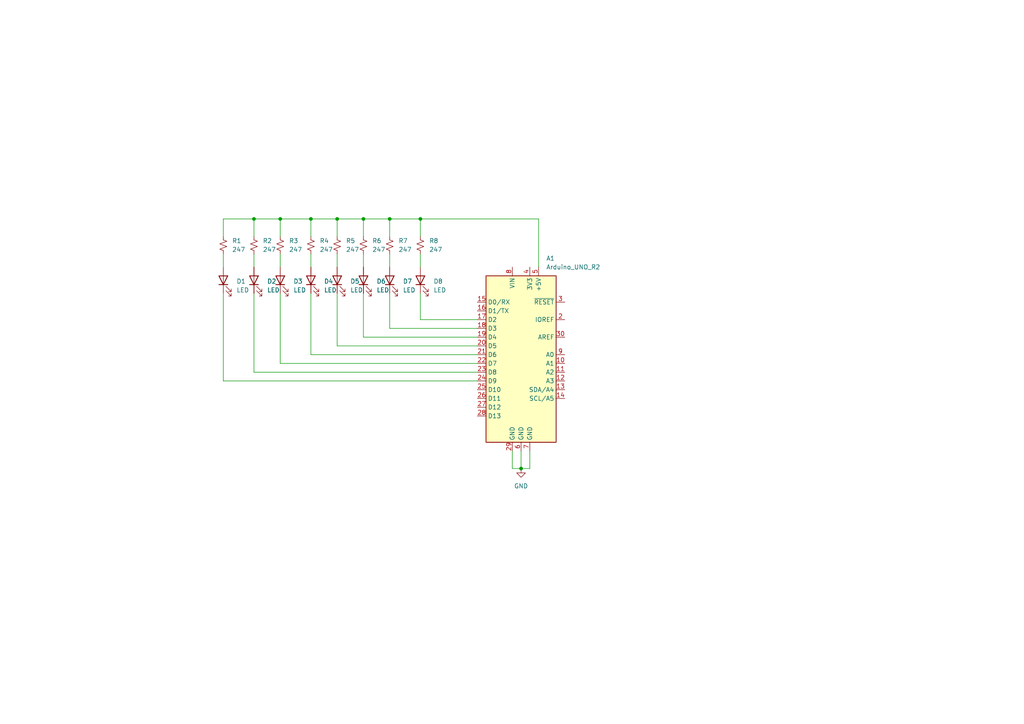
<source format=kicad_sch>
(kicad_sch (version 20230121) (generator eeschema)

  (uuid ac998c24-8eb1-4607-a870-c03076b80c27)

  (paper "A4")

  (title_block
    (title "ARDUINO UNO SHIELD")
    (rev "1")
    (company "ScottT4")
  )

  (lib_symbols
    (symbol "Device:LED" (pin_numbers hide) (pin_names (offset 1.016) hide) (in_bom yes) (on_board yes)
      (property "Reference" "D" (at 0 2.54 0)
        (effects (font (size 1.27 1.27)))
      )
      (property "Value" "LED" (at 0 -2.54 0)
        (effects (font (size 1.27 1.27)))
      )
      (property "Footprint" "" (at 0 0 0)
        (effects (font (size 1.27 1.27)) hide)
      )
      (property "Datasheet" "~" (at 0 0 0)
        (effects (font (size 1.27 1.27)) hide)
      )
      (property "ki_keywords" "LED diode" (at 0 0 0)
        (effects (font (size 1.27 1.27)) hide)
      )
      (property "ki_description" "Light emitting diode" (at 0 0 0)
        (effects (font (size 1.27 1.27)) hide)
      )
      (property "ki_fp_filters" "LED* LED_SMD:* LED_THT:*" (at 0 0 0)
        (effects (font (size 1.27 1.27)) hide)
      )
      (symbol "LED_0_1"
        (polyline
          (pts
            (xy -1.27 -1.27)
            (xy -1.27 1.27)
          )
          (stroke (width 0.254) (type default))
          (fill (type none))
        )
        (polyline
          (pts
            (xy -1.27 0)
            (xy 1.27 0)
          )
          (stroke (width 0) (type default))
          (fill (type none))
        )
        (polyline
          (pts
            (xy 1.27 -1.27)
            (xy 1.27 1.27)
            (xy -1.27 0)
            (xy 1.27 -1.27)
          )
          (stroke (width 0.254) (type default))
          (fill (type none))
        )
        (polyline
          (pts
            (xy -3.048 -0.762)
            (xy -4.572 -2.286)
            (xy -3.81 -2.286)
            (xy -4.572 -2.286)
            (xy -4.572 -1.524)
          )
          (stroke (width 0) (type default))
          (fill (type none))
        )
        (polyline
          (pts
            (xy -1.778 -0.762)
            (xy -3.302 -2.286)
            (xy -2.54 -2.286)
            (xy -3.302 -2.286)
            (xy -3.302 -1.524)
          )
          (stroke (width 0) (type default))
          (fill (type none))
        )
      )
      (symbol "LED_1_1"
        (pin passive line (at -3.81 0 0) (length 2.54)
          (name "K" (effects (font (size 1.27 1.27))))
          (number "1" (effects (font (size 1.27 1.27))))
        )
        (pin passive line (at 3.81 0 180) (length 2.54)
          (name "A" (effects (font (size 1.27 1.27))))
          (number "2" (effects (font (size 1.27 1.27))))
        )
      )
    )
    (symbol "Device:R_Small_US" (pin_numbers hide) (pin_names (offset 0.254) hide) (in_bom yes) (on_board yes)
      (property "Reference" "R" (at 0.762 0.508 0)
        (effects (font (size 1.27 1.27)) (justify left))
      )
      (property "Value" "R_Small_US" (at 0.762 -1.016 0)
        (effects (font (size 1.27 1.27)) (justify left))
      )
      (property "Footprint" "" (at 0 0 0)
        (effects (font (size 1.27 1.27)) hide)
      )
      (property "Datasheet" "~" (at 0 0 0)
        (effects (font (size 1.27 1.27)) hide)
      )
      (property "ki_keywords" "r resistor" (at 0 0 0)
        (effects (font (size 1.27 1.27)) hide)
      )
      (property "ki_description" "Resistor, small US symbol" (at 0 0 0)
        (effects (font (size 1.27 1.27)) hide)
      )
      (property "ki_fp_filters" "R_*" (at 0 0 0)
        (effects (font (size 1.27 1.27)) hide)
      )
      (symbol "R_Small_US_1_1"
        (polyline
          (pts
            (xy 0 0)
            (xy 1.016 -0.381)
            (xy 0 -0.762)
            (xy -1.016 -1.143)
            (xy 0 -1.524)
          )
          (stroke (width 0) (type default))
          (fill (type none))
        )
        (polyline
          (pts
            (xy 0 1.524)
            (xy 1.016 1.143)
            (xy 0 0.762)
            (xy -1.016 0.381)
            (xy 0 0)
          )
          (stroke (width 0) (type default))
          (fill (type none))
        )
        (pin passive line (at 0 2.54 270) (length 1.016)
          (name "~" (effects (font (size 1.27 1.27))))
          (number "1" (effects (font (size 1.27 1.27))))
        )
        (pin passive line (at 0 -2.54 90) (length 1.016)
          (name "~" (effects (font (size 1.27 1.27))))
          (number "2" (effects (font (size 1.27 1.27))))
        )
      )
    )
    (symbol "MCU_Module:Arduino_UNO_R2" (in_bom yes) (on_board yes)
      (property "Reference" "A" (at -10.16 23.495 0)
        (effects (font (size 1.27 1.27)) (justify left bottom))
      )
      (property "Value" "Arduino_UNO_R2" (at 5.08 -26.67 0)
        (effects (font (size 1.27 1.27)) (justify left top))
      )
      (property "Footprint" "Module:Arduino_UNO_R2" (at 0 0 0)
        (effects (font (size 1.27 1.27) italic) hide)
      )
      (property "Datasheet" "https://www.arduino.cc/en/Main/arduinoBoardUno" (at 0 0 0)
        (effects (font (size 1.27 1.27)) hide)
      )
      (property "ki_keywords" "Arduino UNO R3 Microcontroller Module Atmel AVR USB" (at 0 0 0)
        (effects (font (size 1.27 1.27)) hide)
      )
      (property "ki_description" "Arduino UNO Microcontroller Module, release 2" (at 0 0 0)
        (effects (font (size 1.27 1.27)) hide)
      )
      (property "ki_fp_filters" "Arduino*UNO*R2*" (at 0 0 0)
        (effects (font (size 1.27 1.27)) hide)
      )
      (symbol "Arduino_UNO_R2_0_1"
        (rectangle (start -10.16 22.86) (end 10.16 -25.4)
          (stroke (width 0.254) (type default))
          (fill (type background))
        )
      )
      (symbol "Arduino_UNO_R2_1_1"
        (pin no_connect line (at -10.16 -20.32 0) (length 2.54) hide
          (name "NC" (effects (font (size 1.27 1.27))))
          (number "1" (effects (font (size 1.27 1.27))))
        )
        (pin bidirectional line (at 12.7 -2.54 180) (length 2.54)
          (name "A1" (effects (font (size 1.27 1.27))))
          (number "10" (effects (font (size 1.27 1.27))))
        )
        (pin bidirectional line (at 12.7 -5.08 180) (length 2.54)
          (name "A2" (effects (font (size 1.27 1.27))))
          (number "11" (effects (font (size 1.27 1.27))))
        )
        (pin bidirectional line (at 12.7 -7.62 180) (length 2.54)
          (name "A3" (effects (font (size 1.27 1.27))))
          (number "12" (effects (font (size 1.27 1.27))))
        )
        (pin bidirectional line (at 12.7 -10.16 180) (length 2.54)
          (name "SDA/A4" (effects (font (size 1.27 1.27))))
          (number "13" (effects (font (size 1.27 1.27))))
        )
        (pin bidirectional line (at 12.7 -12.7 180) (length 2.54)
          (name "SCL/A5" (effects (font (size 1.27 1.27))))
          (number "14" (effects (font (size 1.27 1.27))))
        )
        (pin bidirectional line (at -12.7 15.24 0) (length 2.54)
          (name "D0/RX" (effects (font (size 1.27 1.27))))
          (number "15" (effects (font (size 1.27 1.27))))
        )
        (pin bidirectional line (at -12.7 12.7 0) (length 2.54)
          (name "D1/TX" (effects (font (size 1.27 1.27))))
          (number "16" (effects (font (size 1.27 1.27))))
        )
        (pin bidirectional line (at -12.7 10.16 0) (length 2.54)
          (name "D2" (effects (font (size 1.27 1.27))))
          (number "17" (effects (font (size 1.27 1.27))))
        )
        (pin bidirectional line (at -12.7 7.62 0) (length 2.54)
          (name "D3" (effects (font (size 1.27 1.27))))
          (number "18" (effects (font (size 1.27 1.27))))
        )
        (pin bidirectional line (at -12.7 5.08 0) (length 2.54)
          (name "D4" (effects (font (size 1.27 1.27))))
          (number "19" (effects (font (size 1.27 1.27))))
        )
        (pin output line (at 12.7 10.16 180) (length 2.54)
          (name "IOREF" (effects (font (size 1.27 1.27))))
          (number "2" (effects (font (size 1.27 1.27))))
        )
        (pin bidirectional line (at -12.7 2.54 0) (length 2.54)
          (name "D5" (effects (font (size 1.27 1.27))))
          (number "20" (effects (font (size 1.27 1.27))))
        )
        (pin bidirectional line (at -12.7 0 0) (length 2.54)
          (name "D6" (effects (font (size 1.27 1.27))))
          (number "21" (effects (font (size 1.27 1.27))))
        )
        (pin bidirectional line (at -12.7 -2.54 0) (length 2.54)
          (name "D7" (effects (font (size 1.27 1.27))))
          (number "22" (effects (font (size 1.27 1.27))))
        )
        (pin bidirectional line (at -12.7 -5.08 0) (length 2.54)
          (name "D8" (effects (font (size 1.27 1.27))))
          (number "23" (effects (font (size 1.27 1.27))))
        )
        (pin bidirectional line (at -12.7 -7.62 0) (length 2.54)
          (name "D9" (effects (font (size 1.27 1.27))))
          (number "24" (effects (font (size 1.27 1.27))))
        )
        (pin bidirectional line (at -12.7 -10.16 0) (length 2.54)
          (name "D10" (effects (font (size 1.27 1.27))))
          (number "25" (effects (font (size 1.27 1.27))))
        )
        (pin bidirectional line (at -12.7 -12.7 0) (length 2.54)
          (name "D11" (effects (font (size 1.27 1.27))))
          (number "26" (effects (font (size 1.27 1.27))))
        )
        (pin bidirectional line (at -12.7 -15.24 0) (length 2.54)
          (name "D12" (effects (font (size 1.27 1.27))))
          (number "27" (effects (font (size 1.27 1.27))))
        )
        (pin bidirectional line (at -12.7 -17.78 0) (length 2.54)
          (name "D13" (effects (font (size 1.27 1.27))))
          (number "28" (effects (font (size 1.27 1.27))))
        )
        (pin power_in line (at -2.54 -27.94 90) (length 2.54)
          (name "GND" (effects (font (size 1.27 1.27))))
          (number "29" (effects (font (size 1.27 1.27))))
        )
        (pin input line (at 12.7 15.24 180) (length 2.54)
          (name "~{RESET}" (effects (font (size 1.27 1.27))))
          (number "3" (effects (font (size 1.27 1.27))))
        )
        (pin input line (at 12.7 5.08 180) (length 2.54)
          (name "AREF" (effects (font (size 1.27 1.27))))
          (number "30" (effects (font (size 1.27 1.27))))
        )
        (pin power_out line (at 2.54 25.4 270) (length 2.54)
          (name "3V3" (effects (font (size 1.27 1.27))))
          (number "4" (effects (font (size 1.27 1.27))))
        )
        (pin power_out line (at 5.08 25.4 270) (length 2.54)
          (name "+5V" (effects (font (size 1.27 1.27))))
          (number "5" (effects (font (size 1.27 1.27))))
        )
        (pin power_in line (at 0 -27.94 90) (length 2.54)
          (name "GND" (effects (font (size 1.27 1.27))))
          (number "6" (effects (font (size 1.27 1.27))))
        )
        (pin power_in line (at 2.54 -27.94 90) (length 2.54)
          (name "GND" (effects (font (size 1.27 1.27))))
          (number "7" (effects (font (size 1.27 1.27))))
        )
        (pin power_in line (at -2.54 25.4 270) (length 2.54)
          (name "VIN" (effects (font (size 1.27 1.27))))
          (number "8" (effects (font (size 1.27 1.27))))
        )
        (pin bidirectional line (at 12.7 0 180) (length 2.54)
          (name "A0" (effects (font (size 1.27 1.27))))
          (number "9" (effects (font (size 1.27 1.27))))
        )
      )
    )
    (symbol "power:GND" (power) (pin_names (offset 0)) (in_bom yes) (on_board yes)
      (property "Reference" "#PWR" (at 0 -6.35 0)
        (effects (font (size 1.27 1.27)) hide)
      )
      (property "Value" "GND" (at 0 -3.81 0)
        (effects (font (size 1.27 1.27)))
      )
      (property "Footprint" "" (at 0 0 0)
        (effects (font (size 1.27 1.27)) hide)
      )
      (property "Datasheet" "" (at 0 0 0)
        (effects (font (size 1.27 1.27)) hide)
      )
      (property "ki_keywords" "global power" (at 0 0 0)
        (effects (font (size 1.27 1.27)) hide)
      )
      (property "ki_description" "Power symbol creates a global label with name \"GND\" , ground" (at 0 0 0)
        (effects (font (size 1.27 1.27)) hide)
      )
      (symbol "GND_0_1"
        (polyline
          (pts
            (xy 0 0)
            (xy 0 -1.27)
            (xy 1.27 -1.27)
            (xy 0 -2.54)
            (xy -1.27 -1.27)
            (xy 0 -1.27)
          )
          (stroke (width 0) (type default))
          (fill (type none))
        )
      )
      (symbol "GND_1_1"
        (pin power_in line (at 0 0 270) (length 0) hide
          (name "GND" (effects (font (size 1.27 1.27))))
          (number "1" (effects (font (size 1.27 1.27))))
        )
      )
    )
  )

  (junction (at 105.41 63.5) (diameter 0) (color 0 0 0 0)
    (uuid 158c4cba-d6bd-4fed-a12f-6543f083ded6)
  )
  (junction (at 73.66 63.5) (diameter 0) (color 0 0 0 0)
    (uuid 35be0240-a9f9-483d-a98e-dbe4a34b87ba)
  )
  (junction (at 121.92 63.5) (diameter 0) (color 0 0 0 0)
    (uuid 4f2f913b-00d3-40e2-80f8-f2272bdd7a05)
  )
  (junction (at 97.79 63.5) (diameter 0) (color 0 0 0 0)
    (uuid 7ba15164-41bf-403e-b915-d9b77e12f1fc)
  )
  (junction (at 113.03 63.5) (diameter 0) (color 0 0 0 0)
    (uuid b34509e6-1e5c-4898-86c5-942fb36b7085)
  )
  (junction (at 151.13 135.89) (diameter 0) (color 0 0 0 0)
    (uuid bdc4f0d2-3c21-403d-aa30-c7aebb436038)
  )
  (junction (at 90.17 63.5) (diameter 0) (color 0 0 0 0)
    (uuid d2588d3a-8bd9-47db-ba15-18c3ebde8d16)
  )
  (junction (at 81.28 63.5) (diameter 0) (color 0 0 0 0)
    (uuid def55edf-3b07-481b-9e1a-6a28ee3327cb)
  )

  (wire (pts (xy 151.13 130.81) (xy 151.13 135.89))
    (stroke (width 0) (type default))
    (uuid 1f571ca5-348a-4615-8942-aef3a416dfee)
  )
  (wire (pts (xy 148.59 130.81) (xy 148.59 135.89))
    (stroke (width 0) (type default))
    (uuid 2201148e-491b-4683-b563-b0d5863379a4)
  )
  (wire (pts (xy 90.17 63.5) (xy 97.79 63.5))
    (stroke (width 0) (type default))
    (uuid 230e6c4e-ff78-4e80-b7bb-1a392d048b09)
  )
  (wire (pts (xy 113.03 63.5) (xy 121.92 63.5))
    (stroke (width 0) (type default))
    (uuid 2321b1cc-9722-44f2-b947-aeb9924311b9)
  )
  (wire (pts (xy 73.66 73.66) (xy 73.66 77.47))
    (stroke (width 0) (type default))
    (uuid 2f0e90c8-d09b-48ac-9a98-21fb24494d33)
  )
  (wire (pts (xy 113.03 73.66) (xy 113.03 77.47))
    (stroke (width 0) (type default))
    (uuid 34fe875d-e21a-4313-847b-f39cccfe9d77)
  )
  (wire (pts (xy 105.41 97.79) (xy 138.43 97.79))
    (stroke (width 0) (type default))
    (uuid 3515c892-edcd-4ff2-977f-f7f4c89eb0d4)
  )
  (wire (pts (xy 90.17 85.09) (xy 90.17 102.87))
    (stroke (width 0) (type default))
    (uuid 38826825-b6d4-45a6-88dd-d58992766636)
  )
  (wire (pts (xy 113.03 95.25) (xy 138.43 95.25))
    (stroke (width 0) (type default))
    (uuid 41cf466d-9ed1-48fd-8f7e-06539feb43a4)
  )
  (wire (pts (xy 121.92 63.5) (xy 156.21 63.5))
    (stroke (width 0) (type default))
    (uuid 4309cc08-aedb-46be-a87f-aa0fbaa262e7)
  )
  (wire (pts (xy 90.17 73.66) (xy 90.17 77.47))
    (stroke (width 0) (type default))
    (uuid 45019768-471b-4583-a19a-c68f388149b4)
  )
  (wire (pts (xy 64.77 85.09) (xy 64.77 110.49))
    (stroke (width 0) (type default))
    (uuid 4faa92d7-16b8-4a3b-bb4c-e5031249d86f)
  )
  (wire (pts (xy 64.77 68.58) (xy 64.77 63.5))
    (stroke (width 0) (type default))
    (uuid 526f5721-de77-4e3e-b40d-d627b7631d15)
  )
  (wire (pts (xy 148.59 135.89) (xy 151.13 135.89))
    (stroke (width 0) (type default))
    (uuid 53a56552-b85a-47e7-bb98-beacdf803b65)
  )
  (wire (pts (xy 105.41 63.5) (xy 105.41 68.58))
    (stroke (width 0) (type default))
    (uuid 58a130cf-1604-40b3-b6a1-a0038bebc575)
  )
  (wire (pts (xy 64.77 73.66) (xy 64.77 77.47))
    (stroke (width 0) (type default))
    (uuid 5eadcd8c-3dc8-4853-a6c2-76c1f1becadc)
  )
  (wire (pts (xy 90.17 102.87) (xy 138.43 102.87))
    (stroke (width 0) (type default))
    (uuid 61aeec06-a1f3-47ab-89d5-89f7dcc4cebc)
  )
  (wire (pts (xy 113.03 63.5) (xy 113.03 68.58))
    (stroke (width 0) (type default))
    (uuid 63e3e18c-6b73-4735-8f03-9420a4739949)
  )
  (wire (pts (xy 151.13 135.89) (xy 153.67 135.89))
    (stroke (width 0) (type default))
    (uuid 6cb8284c-c7d6-42fb-ac85-5662de066abe)
  )
  (wire (pts (xy 105.41 63.5) (xy 113.03 63.5))
    (stroke (width 0) (type default))
    (uuid 6d6eb5fb-373b-435a-901c-5092324289ab)
  )
  (wire (pts (xy 81.28 73.66) (xy 81.28 77.47))
    (stroke (width 0) (type default))
    (uuid 6dd7412d-bdd3-4be3-a3ec-d8a2d3ae402a)
  )
  (wire (pts (xy 121.92 85.09) (xy 121.92 92.71))
    (stroke (width 0) (type default))
    (uuid 8491b423-2f38-4e54-961f-2510b81fb19a)
  )
  (wire (pts (xy 81.28 63.5) (xy 90.17 63.5))
    (stroke (width 0) (type default))
    (uuid 89767998-66e7-4bff-971a-faace952c710)
  )
  (wire (pts (xy 97.79 85.09) (xy 97.79 100.33))
    (stroke (width 0) (type default))
    (uuid 8dc0c729-abd6-4bc0-9a35-2a9df4e1c331)
  )
  (wire (pts (xy 81.28 63.5) (xy 81.28 68.58))
    (stroke (width 0) (type default))
    (uuid 8e04c1f1-0f0b-4383-803f-c8596445d86f)
  )
  (wire (pts (xy 81.28 105.41) (xy 138.43 105.41))
    (stroke (width 0) (type default))
    (uuid 9b10adfe-b5c3-4fac-b247-f5fe91979edb)
  )
  (wire (pts (xy 156.21 63.5) (xy 156.21 77.47))
    (stroke (width 0) (type default))
    (uuid 9dcd5d6b-df1a-4f4d-9208-1b0b82a0f9f0)
  )
  (wire (pts (xy 113.03 85.09) (xy 113.03 95.25))
    (stroke (width 0) (type default))
    (uuid a25afa64-929c-46df-a906-d07457ed03e4)
  )
  (wire (pts (xy 97.79 73.66) (xy 97.79 77.47))
    (stroke (width 0) (type default))
    (uuid a2b4318b-ed5a-4a09-a071-dd61d7920d36)
  )
  (wire (pts (xy 64.77 63.5) (xy 73.66 63.5))
    (stroke (width 0) (type default))
    (uuid ac5bdf45-1d61-4c9d-9b52-6c12b78d616c)
  )
  (wire (pts (xy 153.67 130.81) (xy 153.67 135.89))
    (stroke (width 0) (type default))
    (uuid aee65bd9-ceb8-475c-86da-3be03f786fb9)
  )
  (wire (pts (xy 121.92 73.66) (xy 121.92 77.47))
    (stroke (width 0) (type default))
    (uuid b27fe52a-4238-49d2-ab9d-23434d718a98)
  )
  (wire (pts (xy 73.66 107.95) (xy 138.43 107.95))
    (stroke (width 0) (type default))
    (uuid c35c1118-a308-4c29-bd65-53e3ea9397fa)
  )
  (wire (pts (xy 64.77 110.49) (xy 138.43 110.49))
    (stroke (width 0) (type default))
    (uuid d0d8afef-b3dc-4b38-abc4-ac44018eb43b)
  )
  (wire (pts (xy 121.92 92.71) (xy 138.43 92.71))
    (stroke (width 0) (type default))
    (uuid d223945f-e0ba-4fa9-8466-3efb925ec530)
  )
  (wire (pts (xy 73.66 85.09) (xy 73.66 107.95))
    (stroke (width 0) (type default))
    (uuid d496a78f-e6ed-4945-b253-68f0d974a064)
  )
  (wire (pts (xy 97.79 63.5) (xy 105.41 63.5))
    (stroke (width 0) (type default))
    (uuid dc0900b3-48ee-402d-bfdd-11a2157370f3)
  )
  (wire (pts (xy 121.92 63.5) (xy 121.92 68.58))
    (stroke (width 0) (type default))
    (uuid de54076a-575d-4ba8-8c17-ee4f9d4d2abf)
  )
  (wire (pts (xy 105.41 85.09) (xy 105.41 97.79))
    (stroke (width 0) (type default))
    (uuid de99e3a0-1d54-4804-b7da-0e5400980f80)
  )
  (wire (pts (xy 97.79 63.5) (xy 97.79 68.58))
    (stroke (width 0) (type default))
    (uuid e755e327-2506-40d4-b262-dfbb13ad2a22)
  )
  (wire (pts (xy 81.28 85.09) (xy 81.28 105.41))
    (stroke (width 0) (type default))
    (uuid e9108d6f-2e8d-440d-a3eb-a6e34195918a)
  )
  (wire (pts (xy 73.66 63.5) (xy 73.66 68.58))
    (stroke (width 0) (type default))
    (uuid f254f66c-298a-4546-8ba6-bb3e5ce08f0d)
  )
  (wire (pts (xy 90.17 63.5) (xy 90.17 68.58))
    (stroke (width 0) (type default))
    (uuid fa7254dd-3223-4d40-9acb-f4a21f0f1bce)
  )
  (wire (pts (xy 105.41 73.66) (xy 105.41 77.47))
    (stroke (width 0) (type default))
    (uuid fa9675dc-e49b-46be-84f5-398a680d7e05)
  )
  (wire (pts (xy 97.79 100.33) (xy 138.43 100.33))
    (stroke (width 0) (type default))
    (uuid fb679479-8faa-4f5a-8b5b-495fdf04faad)
  )
  (wire (pts (xy 73.66 63.5) (xy 81.28 63.5))
    (stroke (width 0) (type default))
    (uuid ff2ab053-5e49-4ee8-ba2a-6a8016ef83e5)
  )

  (symbol (lib_id "Device:R_Small_US") (at 105.41 71.12 0) (unit 1)
    (in_bom yes) (on_board yes) (dnp no) (fields_autoplaced)
    (uuid 2526a752-52d3-4139-bdb2-22aba165f131)
    (property "Reference" "R6" (at 107.95 69.85 0)
      (effects (font (size 1.27 1.27)) (justify left))
    )
    (property "Value" "247" (at 107.95 72.39 0)
      (effects (font (size 1.27 1.27)) (justify left))
    )
    (property "Footprint" "Resistor_SMD:R_0603_1608Metric" (at 105.41 71.12 0)
      (effects (font (size 1.27 1.27)) hide)
    )
    (property "Datasheet" "~" (at 105.41 71.12 0)
      (effects (font (size 1.27 1.27)) hide)
    )
    (pin "1" (uuid 838fbeca-7c5e-4902-9bb7-75ab8f09704f))
    (pin "2" (uuid d0041ad7-3b56-42ca-8a09-45a0c0a2d1f5))
    (instances
      (project "arduino uno shield"
        (path "/ac998c24-8eb1-4607-a870-c03076b80c27"
          (reference "R6") (unit 1)
        )
      )
    )
  )

  (symbol (lib_id "MCU_Module:Arduino_UNO_R2") (at 151.13 102.87 0) (unit 1)
    (in_bom yes) (on_board yes) (dnp no) (fields_autoplaced)
    (uuid 30b08960-5679-4a3e-acdd-89ff10dc5e23)
    (property "Reference" "A1" (at 158.4041 74.93 0)
      (effects (font (size 1.27 1.27)) (justify left))
    )
    (property "Value" "Arduino_UNO_R2" (at 158.4041 77.47 0)
      (effects (font (size 1.27 1.27)) (justify left))
    )
    (property "Footprint" "Module:Arduino_UNO_R2" (at 151.13 102.87 0)
      (effects (font (size 1.27 1.27) italic) hide)
    )
    (property "Datasheet" "https://www.arduino.cc/en/Main/arduinoBoardUno" (at 151.13 102.87 0)
      (effects (font (size 1.27 1.27)) hide)
    )
    (pin "17" (uuid abb5a108-979b-4e4e-97db-d56faea4d5ce))
    (pin "24" (uuid 82968921-b8e5-47fb-8fd2-a7b313104461))
    (pin "26" (uuid b439587b-eec3-4a7f-8b38-2335923418b6))
    (pin "22" (uuid 861d9e3e-dbbb-4d8a-bc82-9b8a70e6d0cf))
    (pin "9" (uuid f0ec2d22-6415-4cbe-8b59-46d16c56c2ef))
    (pin "23" (uuid 39f55e4a-f288-4988-8c79-c458cd492d23))
    (pin "27" (uuid 8cbded87-db6d-46e2-86b6-7da141a2c44e))
    (pin "29" (uuid 6bfa8728-3872-4dd8-b3e4-d6f30767eb1c))
    (pin "4" (uuid bddbca85-6fa9-4f8d-95c6-de4740c41def))
    (pin "11" (uuid 0be0a65e-9904-4bd2-8551-878372cae959))
    (pin "10" (uuid 82c18731-a2b2-41d8-802a-95e418184f31))
    (pin "13" (uuid 2e422012-3d47-40b0-a56d-add87a542c0f))
    (pin "7" (uuid 49e235ee-b229-4ee8-bf56-7b9e169beee6))
    (pin "6" (uuid 8f16d121-db47-4689-8cda-3076bac87fe8))
    (pin "5" (uuid 485010ca-0336-4f04-a8ac-0bcf116a373f))
    (pin "12" (uuid c413c118-c7d2-4512-ae5d-026eb45d19c1))
    (pin "14" (uuid 632316ad-8761-46c2-ba70-78c92408247b))
    (pin "30" (uuid a9dc6ef3-7cc7-4e85-b894-c241f592cc58))
    (pin "2" (uuid 1772ba38-6602-41ad-b352-8dd60f95e31a))
    (pin "15" (uuid bacbbb53-68b1-4a7c-adf0-25afc1f6a785))
    (pin "1" (uuid a14825d7-f072-44d3-87bc-0f2dd9b87780))
    (pin "25" (uuid b9c62889-437c-4781-8253-f62eb214afec))
    (pin "28" (uuid 4e54aedb-b71c-4a69-a6c3-a72d2c528398))
    (pin "20" (uuid c72ff8ce-cdcf-485b-a2a6-f7a23015d860))
    (pin "16" (uuid 8dbedae7-6507-4d6a-b931-0131452333fc))
    (pin "18" (uuid db81f3b9-8ba0-467e-afc4-2fbeba8fcbbc))
    (pin "21" (uuid f62d3278-23c8-45a0-b57e-fb877643f344))
    (pin "8" (uuid 70914e6a-a516-41c3-a8e3-83988d706342))
    (pin "3" (uuid f1ccc902-9b85-4bbc-b245-9ebdbc0ff81f))
    (pin "19" (uuid d6b61e8f-4bf5-4f49-9881-fc65a11d916b))
    (instances
      (project "arduino uno shield"
        (path "/ac998c24-8eb1-4607-a870-c03076b80c27"
          (reference "A1") (unit 1)
        )
      )
    )
  )

  (symbol (lib_id "Device:R_Small_US") (at 81.28 71.12 0) (unit 1)
    (in_bom yes) (on_board yes) (dnp no) (fields_autoplaced)
    (uuid 32a9af15-01f6-4d5a-a18c-18a979885e81)
    (property "Reference" "R3" (at 83.82 69.85 0)
      (effects (font (size 1.27 1.27)) (justify left))
    )
    (property "Value" "247" (at 83.82 72.39 0)
      (effects (font (size 1.27 1.27)) (justify left))
    )
    (property "Footprint" "Resistor_SMD:R_0603_1608Metric" (at 81.28 71.12 0)
      (effects (font (size 1.27 1.27)) hide)
    )
    (property "Datasheet" "~" (at 81.28 71.12 0)
      (effects (font (size 1.27 1.27)) hide)
    )
    (pin "1" (uuid d569d3db-e8d0-44f0-bb15-980a6a1c7b38))
    (pin "2" (uuid 30ebc8ed-6962-464f-980d-e8ce54c40cb0))
    (instances
      (project "arduino uno shield"
        (path "/ac998c24-8eb1-4607-a870-c03076b80c27"
          (reference "R3") (unit 1)
        )
      )
    )
  )

  (symbol (lib_id "Device:LED") (at 73.66 81.28 90) (unit 1)
    (in_bom yes) (on_board yes) (dnp no) (fields_autoplaced)
    (uuid 386a3cb3-3cf5-4043-97ac-66a96b9d0c66)
    (property "Reference" "D2" (at 77.47 81.5975 90)
      (effects (font (size 1.27 1.27)) (justify right))
    )
    (property "Value" "LED" (at 77.47 84.1375 90)
      (effects (font (size 1.27 1.27)) (justify right))
    )
    (property "Footprint" "LED_SMD:LED_0805_2012Metric" (at 73.66 81.28 0)
      (effects (font (size 1.27 1.27)) hide)
    )
    (property "Datasheet" "~" (at 73.66 81.28 0)
      (effects (font (size 1.27 1.27)) hide)
    )
    (pin "2" (uuid a9fb3602-bd41-4252-9558-0c30cf6b54d4))
    (pin "1" (uuid 49962a01-c42c-43ac-b0be-b706543b7101))
    (instances
      (project "arduino uno shield"
        (path "/ac998c24-8eb1-4607-a870-c03076b80c27"
          (reference "D2") (unit 1)
        )
      )
    )
  )

  (symbol (lib_id "Device:R_Small_US") (at 90.17 71.12 0) (unit 1)
    (in_bom yes) (on_board yes) (dnp no) (fields_autoplaced)
    (uuid 5296e174-42f5-46df-9d12-c7551beff135)
    (property "Reference" "R4" (at 92.71 69.85 0)
      (effects (font (size 1.27 1.27)) (justify left))
    )
    (property "Value" "247" (at 92.71 72.39 0)
      (effects (font (size 1.27 1.27)) (justify left))
    )
    (property "Footprint" "Resistor_SMD:R_0603_1608Metric" (at 90.17 71.12 0)
      (effects (font (size 1.27 1.27)) hide)
    )
    (property "Datasheet" "~" (at 90.17 71.12 0)
      (effects (font (size 1.27 1.27)) hide)
    )
    (pin "1" (uuid f58189ba-4953-484e-9f44-c592c4d87bd1))
    (pin "2" (uuid ed0968a0-76a9-4fe8-b595-7a82bb635d7c))
    (instances
      (project "arduino uno shield"
        (path "/ac998c24-8eb1-4607-a870-c03076b80c27"
          (reference "R4") (unit 1)
        )
      )
    )
  )

  (symbol (lib_id "Device:LED") (at 113.03 81.28 90) (unit 1)
    (in_bom yes) (on_board yes) (dnp no) (fields_autoplaced)
    (uuid 5a1f0c26-bb06-43a9-a7d9-f73faa5ac00d)
    (property "Reference" "D7" (at 116.84 81.5975 90)
      (effects (font (size 1.27 1.27)) (justify right))
    )
    (property "Value" "LED" (at 116.84 84.1375 90)
      (effects (font (size 1.27 1.27)) (justify right))
    )
    (property "Footprint" "LED_SMD:LED_0805_2012Metric" (at 113.03 81.28 0)
      (effects (font (size 1.27 1.27)) hide)
    )
    (property "Datasheet" "~" (at 113.03 81.28 0)
      (effects (font (size 1.27 1.27)) hide)
    )
    (pin "2" (uuid 6dd4e996-edb7-4a47-806b-3b214d2d7862))
    (pin "1" (uuid 7d477a47-4271-4b5c-b2cc-db971ee5c6f5))
    (instances
      (project "arduino uno shield"
        (path "/ac998c24-8eb1-4607-a870-c03076b80c27"
          (reference "D7") (unit 1)
        )
      )
    )
  )

  (symbol (lib_id "Device:R_Small_US") (at 113.03 71.12 0) (unit 1)
    (in_bom yes) (on_board yes) (dnp no) (fields_autoplaced)
    (uuid 70be4be0-0084-4325-80d1-b7889a3f4036)
    (property "Reference" "R7" (at 115.57 69.85 0)
      (effects (font (size 1.27 1.27)) (justify left))
    )
    (property "Value" "247" (at 115.57 72.39 0)
      (effects (font (size 1.27 1.27)) (justify left))
    )
    (property "Footprint" "Resistor_SMD:R_0603_1608Metric" (at 113.03 71.12 0)
      (effects (font (size 1.27 1.27)) hide)
    )
    (property "Datasheet" "~" (at 113.03 71.12 0)
      (effects (font (size 1.27 1.27)) hide)
    )
    (pin "1" (uuid 98208433-501c-4771-8fb1-9ef8831fbf2d))
    (pin "2" (uuid 7d03b836-63db-4c00-a446-b15b07105ce1))
    (instances
      (project "arduino uno shield"
        (path "/ac998c24-8eb1-4607-a870-c03076b80c27"
          (reference "R7") (unit 1)
        )
      )
    )
  )

  (symbol (lib_id "Device:R_Small_US") (at 97.79 71.12 0) (unit 1)
    (in_bom yes) (on_board yes) (dnp no) (fields_autoplaced)
    (uuid 72717703-4d0c-4c23-b16d-8625e88c1bbc)
    (property "Reference" "R5" (at 100.33 69.85 0)
      (effects (font (size 1.27 1.27)) (justify left))
    )
    (property "Value" "247" (at 100.33 72.39 0)
      (effects (font (size 1.27 1.27)) (justify left))
    )
    (property "Footprint" "Resistor_SMD:R_0603_1608Metric" (at 97.79 71.12 0)
      (effects (font (size 1.27 1.27)) hide)
    )
    (property "Datasheet" "~" (at 97.79 71.12 0)
      (effects (font (size 1.27 1.27)) hide)
    )
    (pin "1" (uuid c4e15af2-3ae7-41fa-9358-d4c5a24cdae2))
    (pin "2" (uuid d5030e52-0844-454e-ac82-191a0674bc40))
    (instances
      (project "arduino uno shield"
        (path "/ac998c24-8eb1-4607-a870-c03076b80c27"
          (reference "R5") (unit 1)
        )
      )
    )
  )

  (symbol (lib_id "Device:LED") (at 90.17 81.28 90) (unit 1)
    (in_bom yes) (on_board yes) (dnp no) (fields_autoplaced)
    (uuid 7a684f08-b7bf-4570-84ef-9990c699b82b)
    (property "Reference" "D4" (at 93.98 81.5975 90)
      (effects (font (size 1.27 1.27)) (justify right))
    )
    (property "Value" "LED" (at 93.98 84.1375 90)
      (effects (font (size 1.27 1.27)) (justify right))
    )
    (property "Footprint" "LED_SMD:LED_0805_2012Metric" (at 90.17 81.28 0)
      (effects (font (size 1.27 1.27)) hide)
    )
    (property "Datasheet" "~" (at 90.17 81.28 0)
      (effects (font (size 1.27 1.27)) hide)
    )
    (pin "2" (uuid a010c22f-f849-4801-be61-f3d1aa0fa599))
    (pin "1" (uuid 568da6c6-d68c-4f67-80a3-e350490f7842))
    (instances
      (project "arduino uno shield"
        (path "/ac998c24-8eb1-4607-a870-c03076b80c27"
          (reference "D4") (unit 1)
        )
      )
    )
  )

  (symbol (lib_id "Device:LED") (at 64.77 81.28 90) (unit 1)
    (in_bom yes) (on_board yes) (dnp no) (fields_autoplaced)
    (uuid 809906e6-46f8-4435-be8d-7dc5017660e6)
    (property "Reference" "D1" (at 68.58 81.5975 90)
      (effects (font (size 1.27 1.27)) (justify right))
    )
    (property "Value" "LED" (at 68.58 84.1375 90)
      (effects (font (size 1.27 1.27)) (justify right))
    )
    (property "Footprint" "LED_SMD:LED_0805_2012Metric" (at 64.77 81.28 0)
      (effects (font (size 1.27 1.27)) hide)
    )
    (property "Datasheet" "~" (at 64.77 81.28 0)
      (effects (font (size 1.27 1.27)) hide)
    )
    (pin "2" (uuid 3aa85043-47a5-454f-a846-3ec53d338a82))
    (pin "1" (uuid ef4f489a-9a04-4525-a53d-0a44d1bc07f8))
    (instances
      (project "arduino uno shield"
        (path "/ac998c24-8eb1-4607-a870-c03076b80c27"
          (reference "D1") (unit 1)
        )
      )
    )
  )

  (symbol (lib_id "power:GND") (at 151.13 135.89 0) (unit 1)
    (in_bom yes) (on_board yes) (dnp no) (fields_autoplaced)
    (uuid 85007fe2-2014-4d5c-991a-e81a0c0c4f31)
    (property "Reference" "#PWR01" (at 151.13 142.24 0)
      (effects (font (size 1.27 1.27)) hide)
    )
    (property "Value" "GND" (at 151.13 140.97 0)
      (effects (font (size 1.27 1.27)))
    )
    (property "Footprint" "" (at 151.13 135.89 0)
      (effects (font (size 1.27 1.27)) hide)
    )
    (property "Datasheet" "" (at 151.13 135.89 0)
      (effects (font (size 1.27 1.27)) hide)
    )
    (pin "1" (uuid b02471b0-9619-42e1-bbe3-6e81651455fa))
    (instances
      (project "arduino uno shield"
        (path "/ac998c24-8eb1-4607-a870-c03076b80c27"
          (reference "#PWR01") (unit 1)
        )
      )
    )
  )

  (symbol (lib_id "Device:LED") (at 105.41 81.28 90) (unit 1)
    (in_bom yes) (on_board yes) (dnp no) (fields_autoplaced)
    (uuid 98d1df62-9505-46f1-8c8d-85822e7e4be7)
    (property "Reference" "D6" (at 109.22 81.5975 90)
      (effects (font (size 1.27 1.27)) (justify right))
    )
    (property "Value" "LED" (at 109.22 84.1375 90)
      (effects (font (size 1.27 1.27)) (justify right))
    )
    (property "Footprint" "LED_SMD:LED_0805_2012Metric" (at 105.41 81.28 0)
      (effects (font (size 1.27 1.27)) hide)
    )
    (property "Datasheet" "~" (at 105.41 81.28 0)
      (effects (font (size 1.27 1.27)) hide)
    )
    (pin "2" (uuid 3fb823e1-e539-48a6-a1fc-e4ad9ed7f94e))
    (pin "1" (uuid b01109db-d30a-44ff-abf6-2613c3c92752))
    (instances
      (project "arduino uno shield"
        (path "/ac998c24-8eb1-4607-a870-c03076b80c27"
          (reference "D6") (unit 1)
        )
      )
    )
  )

  (symbol (lib_id "Device:R_Small_US") (at 73.66 71.12 0) (unit 1)
    (in_bom yes) (on_board yes) (dnp no) (fields_autoplaced)
    (uuid 9b0b456f-24e9-4c3f-8dce-2c272bbb7000)
    (property "Reference" "R2" (at 76.2 69.85 0)
      (effects (font (size 1.27 1.27)) (justify left))
    )
    (property "Value" "247" (at 76.2 72.39 0)
      (effects (font (size 1.27 1.27)) (justify left))
    )
    (property "Footprint" "Resistor_SMD:R_0603_1608Metric" (at 73.66 71.12 0)
      (effects (font (size 1.27 1.27)) hide)
    )
    (property "Datasheet" "~" (at 73.66 71.12 0)
      (effects (font (size 1.27 1.27)) hide)
    )
    (pin "1" (uuid aee6692d-daf7-4a17-a5ce-380d665401f2))
    (pin "2" (uuid 62feb5fb-7684-4e6a-93a1-6ff72dc95a82))
    (instances
      (project "arduino uno shield"
        (path "/ac998c24-8eb1-4607-a870-c03076b80c27"
          (reference "R2") (unit 1)
        )
      )
    )
  )

  (symbol (lib_id "Device:R_Small_US") (at 121.92 71.12 0) (unit 1)
    (in_bom yes) (on_board yes) (dnp no) (fields_autoplaced)
    (uuid b4cd7e42-1ca7-4712-a299-20210ac4c295)
    (property "Reference" "R8" (at 124.46 69.85 0)
      (effects (font (size 1.27 1.27)) (justify left))
    )
    (property "Value" "247" (at 124.46 72.39 0)
      (effects (font (size 1.27 1.27)) (justify left))
    )
    (property "Footprint" "Resistor_SMD:R_0603_1608Metric" (at 121.92 71.12 0)
      (effects (font (size 1.27 1.27)) hide)
    )
    (property "Datasheet" "~" (at 121.92 71.12 0)
      (effects (font (size 1.27 1.27)) hide)
    )
    (pin "1" (uuid 7edc379f-a72b-4d95-8c36-bedff731a0d1))
    (pin "2" (uuid d3851ece-c62b-4579-aba7-69e32cc14bd2))
    (instances
      (project "arduino uno shield"
        (path "/ac998c24-8eb1-4607-a870-c03076b80c27"
          (reference "R8") (unit 1)
        )
      )
    )
  )

  (symbol (lib_id "Device:LED") (at 121.92 81.28 90) (unit 1)
    (in_bom yes) (on_board yes) (dnp no) (fields_autoplaced)
    (uuid c696081d-f4bd-4899-bd53-a1ca58f96171)
    (property "Reference" "D8" (at 125.73 81.5975 90)
      (effects (font (size 1.27 1.27)) (justify right))
    )
    (property "Value" "LED" (at 125.73 84.1375 90)
      (effects (font (size 1.27 1.27)) (justify right))
    )
    (property "Footprint" "LED_SMD:LED_0805_2012Metric" (at 121.92 81.28 0)
      (effects (font (size 1.27 1.27)) hide)
    )
    (property "Datasheet" "~" (at 121.92 81.28 0)
      (effects (font (size 1.27 1.27)) hide)
    )
    (pin "2" (uuid 25b676dd-8450-4f21-8c5d-1a59e967240f))
    (pin "1" (uuid 786e64c5-3aaf-4b61-9fc5-bf53f05cfc0b))
    (instances
      (project "arduino uno shield"
        (path "/ac998c24-8eb1-4607-a870-c03076b80c27"
          (reference "D8") (unit 1)
        )
      )
    )
  )

  (symbol (lib_id "Device:R_Small_US") (at 64.77 71.12 0) (unit 1)
    (in_bom yes) (on_board yes) (dnp no) (fields_autoplaced)
    (uuid cde3d3b3-73e5-4adc-be6e-eec46d4e27c4)
    (property "Reference" "R1" (at 67.31 69.85 0)
      (effects (font (size 1.27 1.27)) (justify left))
    )
    (property "Value" "247" (at 67.31 72.39 0)
      (effects (font (size 1.27 1.27)) (justify left))
    )
    (property "Footprint" "Resistor_SMD:R_0603_1608Metric" (at 64.77 71.12 0)
      (effects (font (size 1.27 1.27)) hide)
    )
    (property "Datasheet" "~" (at 64.77 71.12 0)
      (effects (font (size 1.27 1.27)) hide)
    )
    (pin "1" (uuid 13d23e9e-e7ee-4513-997b-c5b1dfb3ce18))
    (pin "2" (uuid 3172307d-5872-45bb-a2b1-651106b98a08))
    (instances
      (project "arduino uno shield"
        (path "/ac998c24-8eb1-4607-a870-c03076b80c27"
          (reference "R1") (unit 1)
        )
      )
    )
  )

  (symbol (lib_id "Device:LED") (at 81.28 81.28 90) (unit 1)
    (in_bom yes) (on_board yes) (dnp no) (fields_autoplaced)
    (uuid da0e8e05-350c-4729-b013-cf8fb43eb74d)
    (property "Reference" "D3" (at 85.09 81.5975 90)
      (effects (font (size 1.27 1.27)) (justify right))
    )
    (property "Value" "LED" (at 85.09 84.1375 90)
      (effects (font (size 1.27 1.27)) (justify right))
    )
    (property "Footprint" "LED_SMD:LED_0805_2012Metric" (at 81.28 81.28 0)
      (effects (font (size 1.27 1.27)) hide)
    )
    (property "Datasheet" "~" (at 81.28 81.28 0)
      (effects (font (size 1.27 1.27)) hide)
    )
    (pin "2" (uuid 222f4455-8edf-49be-b3f9-c701c860719e))
    (pin "1" (uuid f65a3494-d611-4486-99e6-757fb7663e79))
    (instances
      (project "arduino uno shield"
        (path "/ac998c24-8eb1-4607-a870-c03076b80c27"
          (reference "D3") (unit 1)
        )
      )
    )
  )

  (symbol (lib_id "Device:LED") (at 97.79 81.28 90) (unit 1)
    (in_bom yes) (on_board yes) (dnp no) (fields_autoplaced)
    (uuid f3061f0f-6877-43a8-b026-493b87e7cc3f)
    (property "Reference" "D5" (at 101.6 81.5975 90)
      (effects (font (size 1.27 1.27)) (justify right))
    )
    (property "Value" "LED" (at 101.6 84.1375 90)
      (effects (font (size 1.27 1.27)) (justify right))
    )
    (property "Footprint" "LED_SMD:LED_0805_2012Metric" (at 97.79 81.28 0)
      (effects (font (size 1.27 1.27)) hide)
    )
    (property "Datasheet" "~" (at 97.79 81.28 0)
      (effects (font (size 1.27 1.27)) hide)
    )
    (pin "2" (uuid c08ac1f0-3858-4b85-b4a1-7b5c25c29d81))
    (pin "1" (uuid ccc2de9b-6f28-4b65-ab6e-67faccb4aecd))
    (instances
      (project "arduino uno shield"
        (path "/ac998c24-8eb1-4607-a870-c03076b80c27"
          (reference "D5") (unit 1)
        )
      )
    )
  )

  (sheet_instances
    (path "/" (page "1"))
  )
)

</source>
